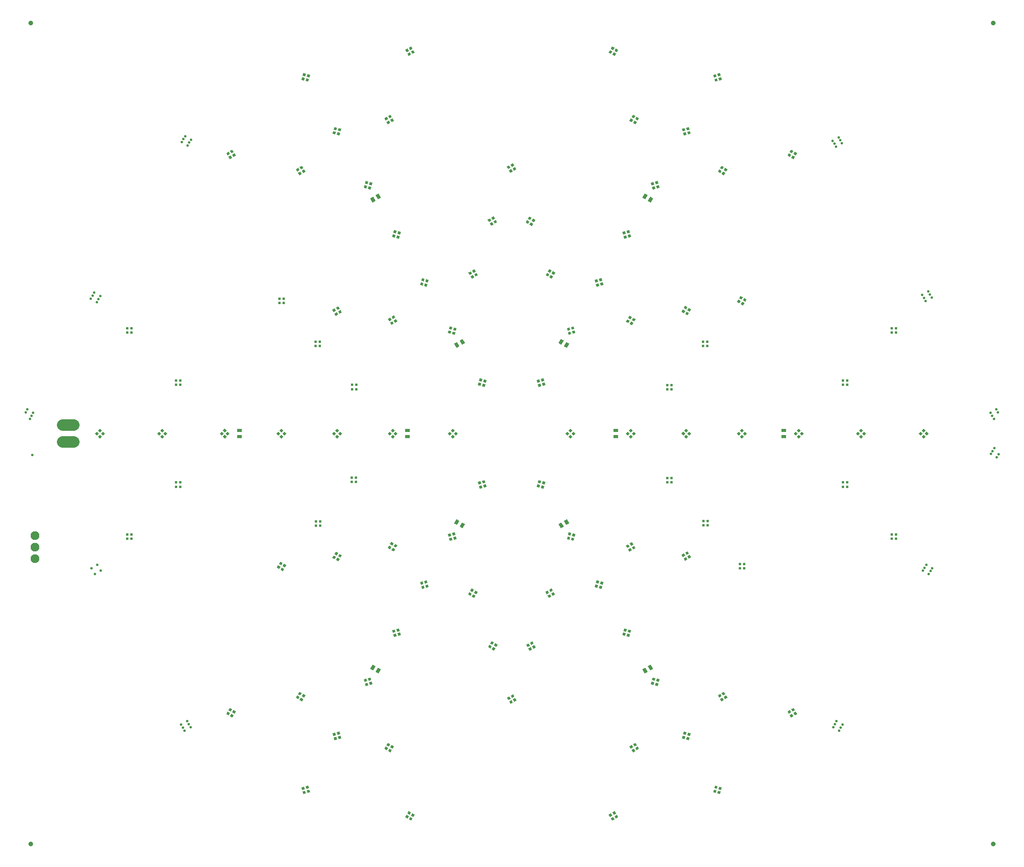
<source format=gbr>
G04 EAGLE Gerber RS-274X export*
G75*
%MOMM*%
%FSLAX34Y34*%
%LPD*%
%INSoldermask Bottom*%
%IPPOS*%
%AMOC8*
5,1,8,0,0,1.08239X$1,22.5*%
G01*
%ADD10C,0.550800*%
%ADD11C,2.550800*%
%ADD12C,1.930400*%
%ADD13C,1.050800*%
%ADD14R,1.050800X0.750800*%
%ADD15R,0.600800X0.600800*%
%ADD16R,0.600800X0.600800*%
%ADD17R,0.750800X1.050800*%


D10*
X1787835Y337590D03*
X1791585Y344085D03*
X1795335Y350580D03*
X1800825Y330090D03*
X1804575Y336585D03*
X1808325Y343080D03*
X1985335Y682590D03*
X1989085Y689085D03*
X1992835Y695580D03*
X1998325Y675090D03*
X2002075Y681585D03*
X2005825Y688080D03*
X352835Y1627590D03*
X356585Y1634085D03*
X360335Y1640580D03*
X365825Y1620090D03*
X369575Y1626585D03*
X373325Y1633080D03*
X152835Y1282590D03*
X156585Y1289085D03*
X160335Y1295580D03*
X165825Y1275090D03*
X169575Y1281585D03*
X173325Y1288080D03*
X174665Y682590D03*
X167165Y695580D03*
X161675Y675090D03*
X154175Y688080D03*
X372165Y337590D03*
X368415Y344085D03*
X364665Y350580D03*
X359175Y330090D03*
X355425Y336585D03*
X351675Y343080D03*
X2004665Y1285090D03*
X2000915Y1291585D03*
X1997165Y1298080D03*
X1991675Y1277590D03*
X1987925Y1284085D03*
X1984175Y1290580D03*
X1807165Y1625090D03*
X1803415Y1631585D03*
X1799665Y1638080D03*
X1794175Y1617590D03*
X1790425Y1624085D03*
X1786675Y1630580D03*
X2150915Y1031585D03*
X2147165Y1038080D03*
X2141675Y1017590D03*
X2137925Y1024085D03*
X2134175Y1030580D03*
X2135335Y940090D03*
X2139085Y946585D03*
X2142835Y953080D03*
X2148325Y932590D03*
X2152075Y939085D03*
X9085Y1031585D03*
X12835Y1038080D03*
X18325Y1017590D03*
X22075Y1024085D03*
X25825Y1030580D03*
X23325Y937590D03*
D11*
X90313Y966250D02*
X115313Y966250D01*
X115313Y1003750D02*
X90313Y1003750D01*
D12*
X30000Y760000D03*
X30000Y734600D03*
X30000Y709200D03*
D13*
X20000Y80000D03*
X2140000Y80000D03*
X20000Y1890000D03*
X2140000Y1890000D03*
D14*
X850000Y992000D03*
X850000Y978000D03*
D15*
G36*
X939034Y985000D02*
X943282Y989248D01*
X947530Y985000D01*
X943282Y980752D01*
X939034Y985000D01*
G37*
G36*
X945752Y978283D02*
X950000Y982531D01*
X954248Y978283D01*
X950000Y974035D01*
X945752Y978283D01*
G37*
G36*
X952470Y985000D02*
X956718Y989248D01*
X960966Y985000D01*
X956718Y980752D01*
X952470Y985000D01*
G37*
G36*
X945752Y991718D02*
X950000Y995966D01*
X954248Y991718D01*
X950000Y987470D01*
X945752Y991718D01*
G37*
G36*
X806534Y985000D02*
X810782Y989248D01*
X815030Y985000D01*
X810782Y980752D01*
X806534Y985000D01*
G37*
G36*
X813252Y978282D02*
X817500Y982530D01*
X821748Y978282D01*
X817500Y974034D01*
X813252Y978282D01*
G37*
G36*
X819970Y985000D02*
X824218Y989248D01*
X828466Y985000D01*
X824218Y980752D01*
X819970Y985000D01*
G37*
G36*
X813252Y991718D02*
X817500Y995966D01*
X821748Y991718D01*
X817500Y987470D01*
X813252Y991718D01*
G37*
D16*
X727750Y1092250D03*
X727750Y1082750D03*
X737250Y1082750D03*
X737250Y1092250D03*
X647750Y1187250D03*
X647750Y1177750D03*
X657250Y1177750D03*
X657250Y1187250D03*
X577250Y1282250D03*
X567750Y1282250D03*
X567750Y1272750D03*
X577250Y1272750D03*
D15*
G36*
X705592Y1252162D02*
X700390Y1249158D01*
X697386Y1254360D01*
X702588Y1257364D01*
X705592Y1252162D01*
G37*
G36*
X700842Y1260390D02*
X695640Y1257386D01*
X692636Y1262588D01*
X697838Y1265592D01*
X700842Y1260390D01*
G37*
G36*
X692614Y1255640D02*
X687412Y1252636D01*
X684408Y1257838D01*
X689610Y1260842D01*
X692614Y1255640D01*
G37*
G36*
X697364Y1247412D02*
X692162Y1244408D01*
X689158Y1249610D01*
X694360Y1252614D01*
X697364Y1247412D01*
G37*
D14*
X480000Y992000D03*
X480000Y978000D03*
D15*
G36*
X828092Y1232162D02*
X822890Y1229158D01*
X819886Y1234360D01*
X825088Y1237364D01*
X828092Y1232162D01*
G37*
G36*
X823342Y1240390D02*
X818140Y1237386D01*
X815136Y1242588D01*
X820338Y1245592D01*
X823342Y1240390D01*
G37*
G36*
X815114Y1235640D02*
X809912Y1232636D01*
X806908Y1237838D01*
X812110Y1240842D01*
X815114Y1235640D01*
G37*
G36*
X819864Y1227412D02*
X814662Y1224408D01*
X811658Y1229610D01*
X816860Y1232614D01*
X819864Y1227412D01*
G37*
G36*
X684035Y985000D02*
X688283Y989248D01*
X692531Y985000D01*
X688283Y980752D01*
X684035Y985000D01*
G37*
G36*
X690752Y978282D02*
X695000Y982530D01*
X699248Y978282D01*
X695000Y974034D01*
X690752Y978282D01*
G37*
G36*
X697470Y985000D02*
X701718Y989248D01*
X705966Y985000D01*
X701718Y980752D01*
X697470Y985000D01*
G37*
G36*
X690752Y991718D02*
X695000Y995966D01*
X699248Y991718D01*
X695000Y987470D01*
X690752Y991718D01*
G37*
G36*
X561534Y985000D02*
X565782Y989248D01*
X570030Y985000D01*
X565782Y980752D01*
X561534Y985000D01*
G37*
G36*
X568252Y978282D02*
X572500Y982530D01*
X576748Y978282D01*
X572500Y974034D01*
X568252Y978282D01*
G37*
G36*
X574970Y985000D02*
X579218Y989248D01*
X583466Y985000D01*
X579218Y980752D01*
X574970Y985000D01*
G37*
G36*
X568252Y991718D02*
X572500Y995966D01*
X576748Y991718D01*
X572500Y987470D01*
X568252Y991718D01*
G37*
G36*
X436535Y985000D02*
X440783Y989248D01*
X445031Y985000D01*
X440783Y980752D01*
X436535Y985000D01*
G37*
G36*
X443252Y978282D02*
X447500Y982530D01*
X451748Y978282D01*
X447500Y974034D01*
X443252Y978282D01*
G37*
G36*
X449970Y985000D02*
X454218Y989248D01*
X458466Y985000D01*
X454218Y980752D01*
X449970Y985000D01*
G37*
G36*
X443252Y991718D02*
X447500Y995966D01*
X451748Y991718D01*
X447500Y987470D01*
X443252Y991718D01*
G37*
D16*
X340250Y1102250D03*
X340250Y1092750D03*
X349750Y1092750D03*
X349750Y1102250D03*
X232750Y1217250D03*
X232750Y1207750D03*
X242250Y1207750D03*
X242250Y1217250D03*
X340250Y867750D03*
X349750Y867750D03*
X349750Y877250D03*
X340250Y877250D03*
X232750Y752750D03*
X242250Y752750D03*
X242250Y762250D03*
X232750Y762250D03*
D15*
G36*
X299035Y985000D02*
X303283Y989248D01*
X307531Y985000D01*
X303283Y980752D01*
X299035Y985000D01*
G37*
G36*
X305752Y978282D02*
X310000Y982530D01*
X314248Y978282D01*
X310000Y974034D01*
X305752Y978282D01*
G37*
G36*
X312470Y985000D02*
X316718Y989248D01*
X320966Y985000D01*
X316718Y980752D01*
X312470Y985000D01*
G37*
G36*
X305752Y991718D02*
X310000Y995966D01*
X314248Y991718D01*
X310000Y987470D01*
X305752Y991718D01*
G37*
G36*
X161534Y985000D02*
X165782Y989248D01*
X170030Y985000D01*
X165782Y980752D01*
X161534Y985000D01*
G37*
G36*
X168252Y978282D02*
X172500Y982530D01*
X176748Y978282D01*
X172500Y974034D01*
X168252Y978282D01*
G37*
G36*
X174970Y985000D02*
X179218Y989248D01*
X183466Y985000D01*
X179218Y980752D01*
X174970Y985000D01*
G37*
G36*
X168252Y991717D02*
X172500Y995965D01*
X176748Y991717D01*
X172500Y987469D01*
X168252Y991717D01*
G37*
D17*
G36*
X958137Y796048D02*
X964639Y792294D01*
X959385Y783194D01*
X952883Y786948D01*
X958137Y796048D01*
G37*
G36*
X970261Y789048D02*
X976763Y785294D01*
X971509Y776194D01*
X965007Y779948D01*
X970261Y789048D01*
G37*
D15*
G36*
X1009340Y863227D02*
X1007785Y869030D01*
X1013588Y870585D01*
X1015143Y864782D01*
X1009340Y863227D01*
G37*
G36*
X1018517Y865686D02*
X1016962Y871489D01*
X1022765Y873044D01*
X1024320Y867241D01*
X1018517Y865686D01*
G37*
G36*
X1016058Y874862D02*
X1014503Y880665D01*
X1020306Y882220D01*
X1021861Y876417D01*
X1016058Y874862D01*
G37*
G36*
X1006881Y872403D02*
X1005326Y878206D01*
X1011129Y879761D01*
X1012684Y873958D01*
X1006881Y872403D01*
G37*
G36*
X943090Y748478D02*
X941535Y754281D01*
X947338Y755836D01*
X948893Y750033D01*
X943090Y748478D01*
G37*
G36*
X952267Y750937D02*
X950712Y756740D01*
X956515Y758295D01*
X958070Y752492D01*
X952267Y750937D01*
G37*
G36*
X949808Y760113D02*
X948253Y765916D01*
X954056Y767471D01*
X955611Y761668D01*
X949808Y760113D01*
G37*
G36*
X940631Y757655D02*
X939076Y763458D01*
X944879Y765013D01*
X946434Y759210D01*
X940631Y757655D01*
G37*
G36*
X806714Y732775D02*
X809718Y737977D01*
X814920Y734973D01*
X811916Y729771D01*
X806714Y732775D01*
G37*
G36*
X814941Y728025D02*
X817945Y733227D01*
X823147Y730223D01*
X820143Y725021D01*
X814941Y728025D01*
G37*
G36*
X819691Y736252D02*
X822695Y741454D01*
X827897Y738450D01*
X824893Y733248D01*
X819691Y736252D01*
G37*
G36*
X811464Y741002D02*
X814468Y746204D01*
X819670Y743200D01*
X816666Y737998D01*
X811464Y741002D01*
G37*
G36*
X684441Y710993D02*
X687445Y716195D01*
X692647Y713191D01*
X689643Y707989D01*
X684441Y710993D01*
G37*
G36*
X692669Y706243D02*
X695673Y711445D01*
X700875Y708441D01*
X697871Y703239D01*
X692669Y706243D01*
G37*
G36*
X697419Y714470D02*
X700423Y719672D01*
X705625Y716668D01*
X702621Y711466D01*
X697419Y714470D01*
G37*
G36*
X689191Y719220D02*
X692195Y724422D01*
X697397Y721418D01*
X694393Y716216D01*
X689191Y719220D01*
G37*
G36*
X569923Y702640D02*
X575125Y699636D01*
X572121Y694434D01*
X566919Y697438D01*
X569923Y702640D01*
G37*
G36*
X565173Y694413D02*
X570375Y691409D01*
X567371Y686207D01*
X562169Y689211D01*
X565173Y694413D01*
G37*
G36*
X573400Y689663D02*
X578602Y686659D01*
X575598Y681457D01*
X570396Y684461D01*
X573400Y689663D01*
G37*
G36*
X578150Y697890D02*
X583352Y694886D01*
X580348Y689684D01*
X575146Y692688D01*
X578150Y697890D01*
G37*
D16*
X658246Y791637D03*
X648746Y791637D03*
X648746Y782137D03*
X658246Y782137D03*
D17*
G36*
X773137Y475618D02*
X779639Y471864D01*
X774385Y462764D01*
X767883Y466518D01*
X773137Y475618D01*
G37*
G36*
X785261Y468618D02*
X791763Y464864D01*
X786509Y455764D01*
X780007Y459518D01*
X785261Y468618D01*
G37*
D16*
X736817Y887725D03*
X727317Y887725D03*
X727317Y878225D03*
X736817Y878225D03*
D15*
G36*
X881840Y642390D02*
X880285Y648193D01*
X886088Y649748D01*
X887643Y643945D01*
X881840Y642390D01*
G37*
G36*
X891017Y644849D02*
X889462Y650652D01*
X895265Y652207D01*
X896820Y646404D01*
X891017Y644849D01*
G37*
G36*
X888558Y654025D02*
X887003Y659828D01*
X892806Y661383D01*
X894361Y655580D01*
X888558Y654025D01*
G37*
G36*
X879381Y651567D02*
X877826Y657370D01*
X883629Y658925D01*
X885184Y653122D01*
X879381Y651567D01*
G37*
G36*
X820590Y536302D02*
X819035Y542105D01*
X824838Y543660D01*
X826393Y537857D01*
X820590Y536302D01*
G37*
G36*
X829767Y538761D02*
X828212Y544564D01*
X834015Y546119D01*
X835570Y540316D01*
X829767Y538761D01*
G37*
G36*
X827308Y547937D02*
X825753Y553740D01*
X831556Y555295D01*
X833111Y549492D01*
X827308Y547937D01*
G37*
G36*
X818131Y545478D02*
X816576Y551281D01*
X822379Y552836D01*
X823934Y547033D01*
X818131Y545478D01*
G37*
G36*
X758090Y428049D02*
X756535Y433852D01*
X762338Y435407D01*
X763893Y429604D01*
X758090Y428049D01*
G37*
G36*
X767267Y430508D02*
X765712Y436311D01*
X771515Y437866D01*
X773070Y432063D01*
X767267Y430508D01*
G37*
G36*
X764808Y439684D02*
X763253Y445487D01*
X769056Y447042D01*
X770611Y441239D01*
X764808Y439684D01*
G37*
G36*
X755631Y437225D02*
X754076Y443028D01*
X759879Y444583D01*
X761434Y438780D01*
X755631Y437225D01*
G37*
G36*
X604304Y402190D02*
X607308Y407392D01*
X612510Y404388D01*
X609506Y399186D01*
X604304Y402190D01*
G37*
G36*
X612531Y397440D02*
X615535Y402642D01*
X620737Y399638D01*
X617733Y394436D01*
X612531Y397440D01*
G37*
G36*
X617281Y405668D02*
X620285Y410870D01*
X625487Y407866D01*
X622483Y402664D01*
X617281Y405668D01*
G37*
G36*
X609054Y410418D02*
X612058Y415620D01*
X617260Y412616D01*
X614256Y407414D01*
X609054Y410418D01*
G37*
G36*
X450961Y366593D02*
X453965Y371795D01*
X459167Y368791D01*
X456163Y363589D01*
X450961Y366593D01*
G37*
G36*
X459188Y361843D02*
X462192Y367045D01*
X467394Y364041D01*
X464390Y358839D01*
X459188Y361843D01*
G37*
G36*
X463938Y370070D02*
X466942Y375272D01*
X472144Y372268D01*
X469140Y367066D01*
X463938Y370070D01*
G37*
G36*
X455711Y374820D02*
X458715Y380022D01*
X463917Y377018D01*
X460913Y371816D01*
X455711Y374820D01*
G37*
G36*
X812588Y281936D02*
X807386Y284940D01*
X810390Y290142D01*
X815592Y287138D01*
X812588Y281936D01*
G37*
G36*
X817338Y290164D02*
X812136Y293168D01*
X815140Y298370D01*
X820342Y295366D01*
X817338Y290164D01*
G37*
G36*
X809111Y294914D02*
X803909Y297918D01*
X806913Y303120D01*
X812115Y300116D01*
X809111Y294914D01*
G37*
G36*
X804361Y286686D02*
X799159Y289690D01*
X802163Y294892D01*
X807365Y291888D01*
X804361Y286686D01*
G37*
G36*
X858431Y131339D02*
X853229Y134343D01*
X856233Y139545D01*
X861435Y136541D01*
X858431Y131339D01*
G37*
G36*
X863181Y139566D02*
X857979Y142570D01*
X860983Y147772D01*
X866185Y144768D01*
X863181Y139566D01*
G37*
G36*
X854954Y144316D02*
X849752Y147320D01*
X852756Y152522D01*
X857958Y149518D01*
X854954Y144316D01*
G37*
G36*
X850204Y136089D02*
X845002Y139093D01*
X848006Y144295D01*
X853208Y141291D01*
X850204Y136089D01*
G37*
G36*
X689340Y308971D02*
X687785Y314774D01*
X693588Y316329D01*
X695143Y310526D01*
X689340Y308971D01*
G37*
G36*
X698517Y311429D02*
X696962Y317232D01*
X702765Y318787D01*
X704320Y312984D01*
X698517Y311429D01*
G37*
G36*
X696058Y320606D02*
X694503Y326409D01*
X700306Y327964D01*
X701861Y322161D01*
X696058Y320606D01*
G37*
G36*
X686881Y318147D02*
X685326Y323950D01*
X691129Y325505D01*
X692684Y319702D01*
X686881Y318147D01*
G37*
G36*
X620590Y189892D02*
X619035Y195695D01*
X624838Y197250D01*
X626393Y191447D01*
X620590Y189892D01*
G37*
G36*
X629767Y192351D02*
X628212Y198154D01*
X634015Y199709D01*
X635570Y193906D01*
X629767Y192351D01*
G37*
G36*
X627308Y201527D02*
X625753Y207330D01*
X631556Y208885D01*
X633111Y203082D01*
X627308Y201527D01*
G37*
G36*
X618131Y199068D02*
X616576Y204871D01*
X622379Y206426D01*
X623934Y200623D01*
X618131Y199068D01*
G37*
D17*
G36*
X1182529Y785294D02*
X1189031Y789048D01*
X1194285Y779948D01*
X1187783Y776194D01*
X1182529Y785294D01*
G37*
G36*
X1194653Y792294D02*
X1201155Y796048D01*
X1206409Y786948D01*
X1199907Y783194D01*
X1194653Y792294D01*
G37*
D15*
G36*
X1149952Y863227D02*
X1144149Y864782D01*
X1145704Y870585D01*
X1151507Y869030D01*
X1149952Y863227D01*
G37*
G36*
X1152411Y872403D02*
X1146608Y873958D01*
X1148163Y879761D01*
X1153966Y878206D01*
X1152411Y872403D01*
G37*
G36*
X1143234Y874862D02*
X1137431Y876417D01*
X1138986Y882220D01*
X1144789Y880665D01*
X1143234Y874862D01*
G37*
G36*
X1140775Y865686D02*
X1134972Y867241D01*
X1136527Y873044D01*
X1142330Y871489D01*
X1140775Y865686D01*
G37*
G36*
X1216202Y748478D02*
X1210399Y750033D01*
X1211954Y755836D01*
X1217757Y754281D01*
X1216202Y748478D01*
G37*
G36*
X1218661Y757655D02*
X1212858Y759210D01*
X1214413Y765013D01*
X1220216Y763458D01*
X1218661Y757655D01*
G37*
G36*
X1209484Y760113D02*
X1203681Y761668D01*
X1205236Y767471D01*
X1211039Y765916D01*
X1209484Y760113D01*
G37*
G36*
X1207025Y750937D02*
X1201222Y752492D01*
X1202777Y758295D01*
X1208580Y756740D01*
X1207025Y750937D01*
G37*
G36*
X1161614Y622521D02*
X1158610Y627723D01*
X1163812Y630727D01*
X1166816Y625525D01*
X1161614Y622521D01*
G37*
G36*
X1169841Y627271D02*
X1166837Y632473D01*
X1172039Y635477D01*
X1175043Y630275D01*
X1169841Y627271D01*
G37*
G36*
X1165091Y635498D02*
X1162087Y640700D01*
X1167289Y643704D01*
X1170293Y638502D01*
X1165091Y635498D01*
G37*
G36*
X1156864Y630748D02*
X1153860Y635950D01*
X1159062Y638954D01*
X1162066Y633752D01*
X1156864Y630748D01*
G37*
G36*
X1119341Y505739D02*
X1116337Y510941D01*
X1121539Y513945D01*
X1124543Y508743D01*
X1119341Y505739D01*
G37*
G36*
X1127569Y510489D02*
X1124565Y515691D01*
X1129767Y518695D01*
X1132771Y513493D01*
X1127569Y510489D01*
G37*
G36*
X1122819Y518716D02*
X1119815Y523918D01*
X1125017Y526922D01*
X1128021Y521720D01*
X1122819Y518716D01*
G37*
G36*
X1114591Y513966D02*
X1111587Y519168D01*
X1116789Y522172D01*
X1119793Y516970D01*
X1114591Y513966D01*
G37*
G36*
X1069315Y402386D02*
X1074517Y405390D01*
X1077521Y400188D01*
X1072319Y397184D01*
X1069315Y402386D01*
G37*
G36*
X1074065Y394159D02*
X1079267Y397163D01*
X1082271Y391961D01*
X1077069Y388957D01*
X1074065Y394159D01*
G37*
G36*
X1082292Y398909D02*
X1087494Y401913D01*
X1090498Y396711D01*
X1085296Y393707D01*
X1082292Y398909D01*
G37*
G36*
X1077542Y407136D02*
X1082744Y410140D01*
X1085748Y404938D01*
X1080546Y401934D01*
X1077542Y407136D01*
G37*
G36*
X1035305Y527478D02*
X1040507Y524474D01*
X1037503Y519272D01*
X1032301Y522276D01*
X1035305Y527478D01*
G37*
G36*
X1030555Y519251D02*
X1035757Y516247D01*
X1032753Y511045D01*
X1027551Y514049D01*
X1030555Y519251D01*
G37*
G36*
X1038782Y514501D02*
X1043984Y511497D01*
X1040980Y506295D01*
X1035778Y509299D01*
X1038782Y514501D01*
G37*
G36*
X1043532Y522728D02*
X1048734Y519724D01*
X1045730Y514522D01*
X1040528Y517526D01*
X1043532Y522728D01*
G37*
D17*
G36*
X1367529Y464864D02*
X1374031Y468618D01*
X1379285Y459518D01*
X1372783Y455764D01*
X1367529Y464864D01*
G37*
G36*
X1379653Y471864D02*
X1386155Y475618D01*
X1391409Y466518D01*
X1384907Y462764D01*
X1379653Y471864D01*
G37*
D15*
G36*
X991375Y643567D02*
X996577Y640563D01*
X993573Y635361D01*
X988371Y638365D01*
X991375Y643567D01*
G37*
G36*
X986625Y635339D02*
X991827Y632335D01*
X988823Y627133D01*
X983621Y630137D01*
X986625Y635339D01*
G37*
G36*
X994852Y630589D02*
X1000054Y627585D01*
X997050Y622383D01*
X991848Y625387D01*
X994852Y630589D01*
G37*
G36*
X999602Y638817D02*
X1004804Y635813D01*
X1001800Y630611D01*
X996598Y633615D01*
X999602Y638817D01*
G37*
G36*
X1277452Y642390D02*
X1271649Y643945D01*
X1273204Y649748D01*
X1279007Y648193D01*
X1277452Y642390D01*
G37*
G36*
X1279911Y651567D02*
X1274108Y653122D01*
X1275663Y658925D01*
X1281466Y657370D01*
X1279911Y651567D01*
G37*
G36*
X1270734Y654025D02*
X1264931Y655580D01*
X1266486Y661383D01*
X1272289Y659828D01*
X1270734Y654025D01*
G37*
G36*
X1268275Y644849D02*
X1262472Y646404D01*
X1264027Y652207D01*
X1269830Y650652D01*
X1268275Y644849D01*
G37*
G36*
X1338702Y536302D02*
X1332899Y537857D01*
X1334454Y543660D01*
X1340257Y542105D01*
X1338702Y536302D01*
G37*
G36*
X1341161Y545478D02*
X1335358Y547033D01*
X1336913Y552836D01*
X1342716Y551281D01*
X1341161Y545478D01*
G37*
G36*
X1331984Y547937D02*
X1326181Y549492D01*
X1327736Y555295D01*
X1333539Y553740D01*
X1331984Y547937D01*
G37*
G36*
X1329525Y538761D02*
X1323722Y540316D01*
X1325277Y546119D01*
X1331080Y544564D01*
X1329525Y538761D01*
G37*
G36*
X1401202Y428049D02*
X1395399Y429604D01*
X1396954Y435407D01*
X1402757Y433852D01*
X1401202Y428049D01*
G37*
G36*
X1403661Y437225D02*
X1397858Y438780D01*
X1399413Y444583D01*
X1405216Y443028D01*
X1403661Y437225D01*
G37*
G36*
X1394484Y439684D02*
X1388681Y441239D01*
X1390236Y447042D01*
X1396039Y445487D01*
X1394484Y439684D01*
G37*
G36*
X1392025Y430508D02*
X1386222Y432063D01*
X1387777Y437866D01*
X1393580Y436311D01*
X1392025Y430508D01*
G37*
G36*
X1346704Y281936D02*
X1343700Y287138D01*
X1348902Y290142D01*
X1351906Y284940D01*
X1346704Y281936D01*
G37*
G36*
X1354931Y286686D02*
X1351927Y291888D01*
X1357129Y294892D01*
X1360133Y289690D01*
X1354931Y286686D01*
G37*
G36*
X1350181Y294914D02*
X1347177Y300116D01*
X1352379Y303120D01*
X1355383Y297918D01*
X1350181Y294914D01*
G37*
G36*
X1341954Y290164D02*
X1338950Y295366D01*
X1344152Y298370D01*
X1347156Y293168D01*
X1341954Y290164D01*
G37*
G36*
X1300861Y131339D02*
X1297857Y136541D01*
X1303059Y139545D01*
X1306063Y134343D01*
X1300861Y131339D01*
G37*
G36*
X1309088Y136089D02*
X1306084Y141291D01*
X1311286Y144295D01*
X1314290Y139093D01*
X1309088Y136089D01*
G37*
G36*
X1304338Y144316D02*
X1301334Y149518D01*
X1306536Y152522D01*
X1309540Y147320D01*
X1304338Y144316D01*
G37*
G36*
X1296111Y139566D02*
X1293107Y144768D01*
X1298309Y147772D01*
X1301313Y142570D01*
X1296111Y139566D01*
G37*
G36*
X1554988Y402190D02*
X1549786Y399186D01*
X1546782Y404388D01*
X1551984Y407392D01*
X1554988Y402190D01*
G37*
G36*
X1550238Y410418D02*
X1545036Y407414D01*
X1542032Y412616D01*
X1547234Y415620D01*
X1550238Y410418D01*
G37*
G36*
X1542011Y405668D02*
X1536809Y402664D01*
X1533805Y407866D01*
X1539007Y410870D01*
X1542011Y405668D01*
G37*
G36*
X1546761Y397440D02*
X1541559Y394436D01*
X1538555Y399638D01*
X1543757Y402642D01*
X1546761Y397440D01*
G37*
G36*
X1708331Y366593D02*
X1703129Y363589D01*
X1700125Y368791D01*
X1705327Y371795D01*
X1708331Y366593D01*
G37*
G36*
X1703581Y374820D02*
X1698379Y371816D01*
X1695375Y377018D01*
X1700577Y380022D01*
X1703581Y374820D01*
G37*
G36*
X1695354Y370070D02*
X1690152Y367066D01*
X1687148Y372268D01*
X1692350Y375272D01*
X1695354Y370070D01*
G37*
G36*
X1700104Y361843D02*
X1694902Y358839D01*
X1691898Y364041D01*
X1697100Y367045D01*
X1700104Y361843D01*
G37*
G36*
X1469952Y308971D02*
X1464149Y310526D01*
X1465704Y316329D01*
X1471507Y314774D01*
X1469952Y308971D01*
G37*
G36*
X1472411Y318147D02*
X1466608Y319702D01*
X1468163Y325505D01*
X1473966Y323950D01*
X1472411Y318147D01*
G37*
G36*
X1463234Y320606D02*
X1457431Y322161D01*
X1458986Y327964D01*
X1464789Y326409D01*
X1463234Y320606D01*
G37*
G36*
X1460775Y311429D02*
X1454972Y312984D01*
X1456527Y318787D01*
X1462330Y317232D01*
X1460775Y311429D01*
G37*
G36*
X1538702Y189892D02*
X1532899Y191447D01*
X1534454Y197250D01*
X1540257Y195695D01*
X1538702Y189892D01*
G37*
G36*
X1541161Y199068D02*
X1535358Y200623D01*
X1536913Y206426D01*
X1542716Y204871D01*
X1541161Y199068D01*
G37*
G36*
X1531984Y201527D02*
X1526181Y203082D01*
X1527736Y208885D01*
X1533539Y207330D01*
X1531984Y201527D01*
G37*
G36*
X1529525Y192351D02*
X1523722Y193906D01*
X1525277Y199709D01*
X1531080Y198154D01*
X1529525Y192351D01*
G37*
D14*
X1309292Y978000D03*
X1309292Y992000D03*
D15*
G36*
X1220258Y985000D02*
X1216010Y980752D01*
X1211762Y985000D01*
X1216010Y989248D01*
X1220258Y985000D01*
G37*
G36*
X1213540Y991718D02*
X1209292Y987470D01*
X1205044Y991718D01*
X1209292Y995966D01*
X1213540Y991718D01*
G37*
G36*
X1206822Y985000D02*
X1202574Y980752D01*
X1198326Y985000D01*
X1202574Y989248D01*
X1206822Y985000D01*
G37*
G36*
X1213540Y978282D02*
X1209292Y974034D01*
X1205044Y978282D01*
X1209292Y982530D01*
X1213540Y978282D01*
G37*
G36*
X1352758Y985000D02*
X1348510Y980752D01*
X1344262Y985000D01*
X1348510Y989248D01*
X1352758Y985000D01*
G37*
G36*
X1346040Y991718D02*
X1341792Y987470D01*
X1337544Y991718D01*
X1341792Y995966D01*
X1346040Y991718D01*
G37*
G36*
X1339322Y985000D02*
X1335074Y980752D01*
X1330826Y985000D01*
X1335074Y989248D01*
X1339322Y985000D01*
G37*
G36*
X1346040Y978282D02*
X1341792Y974034D01*
X1337544Y978282D01*
X1341792Y982530D01*
X1346040Y978282D01*
G37*
D16*
X1431542Y877750D03*
X1431542Y887250D03*
X1422042Y887250D03*
X1422042Y877750D03*
X1511542Y782750D03*
X1511542Y792250D03*
X1502042Y792250D03*
X1502042Y782750D03*
X1582042Y687750D03*
X1591542Y687750D03*
X1591542Y697250D03*
X1582042Y697250D03*
D15*
G36*
X1453700Y717838D02*
X1458902Y720842D01*
X1461906Y715640D01*
X1456704Y712636D01*
X1453700Y717838D01*
G37*
G36*
X1458450Y709610D02*
X1463652Y712614D01*
X1466656Y707412D01*
X1461454Y704408D01*
X1458450Y709610D01*
G37*
G36*
X1466678Y714360D02*
X1471880Y717364D01*
X1474884Y712162D01*
X1469682Y709158D01*
X1466678Y714360D01*
G37*
G36*
X1461928Y722588D02*
X1467130Y725592D01*
X1470134Y720390D01*
X1464932Y717386D01*
X1461928Y722588D01*
G37*
D14*
X1679292Y978000D03*
X1679292Y992000D03*
D15*
G36*
X1331200Y737838D02*
X1336402Y740842D01*
X1339406Y735640D01*
X1334204Y732636D01*
X1331200Y737838D01*
G37*
G36*
X1335950Y729610D02*
X1341152Y732614D01*
X1344156Y727412D01*
X1338954Y724408D01*
X1335950Y729610D01*
G37*
G36*
X1344178Y734360D02*
X1349380Y737364D01*
X1352384Y732162D01*
X1347182Y729158D01*
X1344178Y734360D01*
G37*
G36*
X1339428Y742588D02*
X1344630Y745592D01*
X1347634Y740390D01*
X1342432Y737386D01*
X1339428Y742588D01*
G37*
G36*
X1475257Y985000D02*
X1471009Y980752D01*
X1466761Y985000D01*
X1471009Y989248D01*
X1475257Y985000D01*
G37*
G36*
X1468540Y991718D02*
X1464292Y987470D01*
X1460044Y991718D01*
X1464292Y995966D01*
X1468540Y991718D01*
G37*
G36*
X1461822Y985000D02*
X1457574Y980752D01*
X1453326Y985000D01*
X1457574Y989248D01*
X1461822Y985000D01*
G37*
G36*
X1468540Y978282D02*
X1464292Y974034D01*
X1460044Y978282D01*
X1464292Y982530D01*
X1468540Y978282D01*
G37*
G36*
X1597758Y985000D02*
X1593510Y980752D01*
X1589262Y985000D01*
X1593510Y989248D01*
X1597758Y985000D01*
G37*
G36*
X1591040Y991718D02*
X1586792Y987470D01*
X1582544Y991718D01*
X1586792Y995966D01*
X1591040Y991718D01*
G37*
G36*
X1584322Y985000D02*
X1580074Y980752D01*
X1575826Y985000D01*
X1580074Y989248D01*
X1584322Y985000D01*
G37*
G36*
X1591040Y978282D02*
X1586792Y974034D01*
X1582544Y978282D01*
X1586792Y982530D01*
X1591040Y978282D01*
G37*
G36*
X1722757Y985000D02*
X1718509Y980752D01*
X1714261Y985000D01*
X1718509Y989248D01*
X1722757Y985000D01*
G37*
G36*
X1716040Y991718D02*
X1711792Y987470D01*
X1707544Y991718D01*
X1711792Y995966D01*
X1716040Y991718D01*
G37*
G36*
X1709322Y985000D02*
X1705074Y980752D01*
X1700826Y985000D01*
X1705074Y989248D01*
X1709322Y985000D01*
G37*
G36*
X1716040Y978282D02*
X1711792Y974034D01*
X1707544Y978282D01*
X1711792Y982530D01*
X1716040Y978282D01*
G37*
D16*
X1819042Y867750D03*
X1819042Y877250D03*
X1809542Y877250D03*
X1809542Y867750D03*
X1926542Y752750D03*
X1926542Y762250D03*
X1917042Y762250D03*
X1917042Y752750D03*
X1819042Y1102250D03*
X1809542Y1102250D03*
X1809542Y1092750D03*
X1819042Y1092750D03*
X1926542Y1217250D03*
X1917042Y1217250D03*
X1917042Y1207750D03*
X1926542Y1207750D03*
D15*
G36*
X1860257Y985000D02*
X1856009Y980752D01*
X1851761Y985000D01*
X1856009Y989248D01*
X1860257Y985000D01*
G37*
G36*
X1853540Y991718D02*
X1849292Y987470D01*
X1845044Y991718D01*
X1849292Y995966D01*
X1853540Y991718D01*
G37*
G36*
X1846822Y985000D02*
X1842574Y980752D01*
X1838326Y985000D01*
X1842574Y989248D01*
X1846822Y985000D01*
G37*
G36*
X1853540Y978282D02*
X1849292Y974034D01*
X1845044Y978282D01*
X1849292Y982530D01*
X1853540Y978282D01*
G37*
G36*
X1997758Y985000D02*
X1993510Y980752D01*
X1989262Y985000D01*
X1993510Y989248D01*
X1997758Y985000D01*
G37*
G36*
X1991040Y991718D02*
X1986792Y987470D01*
X1982544Y991718D01*
X1986792Y995966D01*
X1991040Y991718D01*
G37*
G36*
X1984323Y985000D02*
X1980075Y980752D01*
X1975827Y985000D01*
X1980075Y989248D01*
X1984323Y985000D01*
G37*
G36*
X1991040Y978283D02*
X1986792Y974035D01*
X1982544Y978283D01*
X1986792Y982531D01*
X1991040Y978283D01*
G37*
D17*
G36*
X1201155Y1173952D02*
X1194653Y1177706D01*
X1199907Y1186806D01*
X1206409Y1183052D01*
X1201155Y1173952D01*
G37*
G36*
X1189031Y1180952D02*
X1182529Y1184706D01*
X1187783Y1193806D01*
X1194285Y1190052D01*
X1189031Y1180952D01*
G37*
D15*
G36*
X1149952Y1106773D02*
X1151507Y1100970D01*
X1145704Y1099415D01*
X1144149Y1105218D01*
X1149952Y1106773D01*
G37*
G36*
X1140775Y1104314D02*
X1142330Y1098511D01*
X1136527Y1096956D01*
X1134972Y1102759D01*
X1140775Y1104314D01*
G37*
G36*
X1143234Y1095138D02*
X1144789Y1089335D01*
X1138986Y1087780D01*
X1137431Y1093583D01*
X1143234Y1095138D01*
G37*
G36*
X1152411Y1097597D02*
X1153966Y1091794D01*
X1148163Y1090239D01*
X1146608Y1096042D01*
X1152411Y1097597D01*
G37*
G36*
X1216202Y1221522D02*
X1217757Y1215719D01*
X1211954Y1214164D01*
X1210399Y1219967D01*
X1216202Y1221522D01*
G37*
G36*
X1207025Y1219063D02*
X1208580Y1213260D01*
X1202777Y1211705D01*
X1201222Y1217508D01*
X1207025Y1219063D01*
G37*
G36*
X1209484Y1209887D02*
X1211039Y1204084D01*
X1205236Y1202529D01*
X1203681Y1208332D01*
X1209484Y1209887D01*
G37*
G36*
X1218661Y1212345D02*
X1220216Y1206542D01*
X1214413Y1204987D01*
X1212858Y1210790D01*
X1218661Y1212345D01*
G37*
G36*
X1352578Y1237225D02*
X1349574Y1232023D01*
X1344372Y1235027D01*
X1347376Y1240229D01*
X1352578Y1237225D01*
G37*
G36*
X1344351Y1241975D02*
X1341347Y1236773D01*
X1336145Y1239777D01*
X1339149Y1244979D01*
X1344351Y1241975D01*
G37*
G36*
X1339601Y1233748D02*
X1336597Y1228546D01*
X1331395Y1231550D01*
X1334399Y1236752D01*
X1339601Y1233748D01*
G37*
G36*
X1347828Y1228998D02*
X1344824Y1223796D01*
X1339622Y1226800D01*
X1342626Y1232002D01*
X1347828Y1228998D01*
G37*
G36*
X1474851Y1259007D02*
X1471847Y1253805D01*
X1466645Y1256809D01*
X1469649Y1262011D01*
X1474851Y1259007D01*
G37*
G36*
X1466623Y1263757D02*
X1463619Y1258555D01*
X1458417Y1261559D01*
X1461421Y1266761D01*
X1466623Y1263757D01*
G37*
G36*
X1461873Y1255530D02*
X1458869Y1250328D01*
X1453667Y1253332D01*
X1456671Y1258534D01*
X1461873Y1255530D01*
G37*
G36*
X1470101Y1250780D02*
X1467097Y1245578D01*
X1461895Y1248582D01*
X1464899Y1253784D01*
X1470101Y1250780D01*
G37*
G36*
X1589369Y1267360D02*
X1584167Y1270364D01*
X1587171Y1275566D01*
X1592373Y1272562D01*
X1589369Y1267360D01*
G37*
G36*
X1594119Y1275587D02*
X1588917Y1278591D01*
X1591921Y1283793D01*
X1597123Y1280789D01*
X1594119Y1275587D01*
G37*
G36*
X1585892Y1280337D02*
X1580690Y1283341D01*
X1583694Y1288543D01*
X1588896Y1285539D01*
X1585892Y1280337D01*
G37*
G36*
X1581142Y1272110D02*
X1575940Y1275114D01*
X1578944Y1280316D01*
X1584146Y1277312D01*
X1581142Y1272110D01*
G37*
D16*
X1501046Y1178363D03*
X1510546Y1178363D03*
X1510546Y1187863D03*
X1501046Y1187863D03*
D17*
G36*
X1386155Y1494382D02*
X1379653Y1498136D01*
X1384907Y1507236D01*
X1391409Y1503482D01*
X1386155Y1494382D01*
G37*
G36*
X1374031Y1501382D02*
X1367529Y1505136D01*
X1372783Y1514236D01*
X1379285Y1510482D01*
X1374031Y1501382D01*
G37*
D16*
X1422475Y1082275D03*
X1431975Y1082275D03*
X1431975Y1091775D03*
X1422475Y1091775D03*
D15*
G36*
X1277452Y1327610D02*
X1279007Y1321807D01*
X1273204Y1320252D01*
X1271649Y1326055D01*
X1277452Y1327610D01*
G37*
G36*
X1268275Y1325151D02*
X1269830Y1319348D01*
X1264027Y1317793D01*
X1262472Y1323596D01*
X1268275Y1325151D01*
G37*
G36*
X1270734Y1315975D02*
X1272289Y1310172D01*
X1266486Y1308617D01*
X1264931Y1314420D01*
X1270734Y1315975D01*
G37*
G36*
X1279911Y1318433D02*
X1281466Y1312630D01*
X1275663Y1311075D01*
X1274108Y1316878D01*
X1279911Y1318433D01*
G37*
G36*
X1338702Y1433698D02*
X1340257Y1427895D01*
X1334454Y1426340D01*
X1332899Y1432143D01*
X1338702Y1433698D01*
G37*
G36*
X1329525Y1431239D02*
X1331080Y1425436D01*
X1325277Y1423881D01*
X1323722Y1429684D01*
X1329525Y1431239D01*
G37*
G36*
X1331984Y1422063D02*
X1333539Y1416260D01*
X1327736Y1414705D01*
X1326181Y1420508D01*
X1331984Y1422063D01*
G37*
G36*
X1341161Y1424522D02*
X1342716Y1418719D01*
X1336913Y1417164D01*
X1335358Y1422967D01*
X1341161Y1424522D01*
G37*
G36*
X1401202Y1541951D02*
X1402757Y1536148D01*
X1396954Y1534593D01*
X1395399Y1540396D01*
X1401202Y1541951D01*
G37*
G36*
X1392025Y1539492D02*
X1393580Y1533689D01*
X1387777Y1532134D01*
X1386222Y1537937D01*
X1392025Y1539492D01*
G37*
G36*
X1394484Y1530316D02*
X1396039Y1524513D01*
X1390236Y1522958D01*
X1388681Y1528761D01*
X1394484Y1530316D01*
G37*
G36*
X1403661Y1532775D02*
X1405216Y1526972D01*
X1399413Y1525417D01*
X1397858Y1531220D01*
X1403661Y1532775D01*
G37*
G36*
X1554988Y1567810D02*
X1551984Y1562608D01*
X1546782Y1565612D01*
X1549786Y1570814D01*
X1554988Y1567810D01*
G37*
G36*
X1546761Y1572560D02*
X1543757Y1567358D01*
X1538555Y1570362D01*
X1541559Y1575564D01*
X1546761Y1572560D01*
G37*
G36*
X1542011Y1564332D02*
X1539007Y1559130D01*
X1533805Y1562134D01*
X1536809Y1567336D01*
X1542011Y1564332D01*
G37*
G36*
X1550238Y1559582D02*
X1547234Y1554380D01*
X1542032Y1557384D01*
X1545036Y1562586D01*
X1550238Y1559582D01*
G37*
G36*
X1708331Y1603407D02*
X1705327Y1598205D01*
X1700125Y1601209D01*
X1703129Y1606411D01*
X1708331Y1603407D01*
G37*
G36*
X1700104Y1608157D02*
X1697100Y1602955D01*
X1691898Y1605959D01*
X1694902Y1611161D01*
X1700104Y1608157D01*
G37*
G36*
X1695354Y1599930D02*
X1692350Y1594728D01*
X1687148Y1597732D01*
X1690152Y1602934D01*
X1695354Y1599930D01*
G37*
G36*
X1703581Y1595180D02*
X1700577Y1589978D01*
X1695375Y1592982D01*
X1698379Y1598184D01*
X1703581Y1595180D01*
G37*
G36*
X1346704Y1688064D02*
X1351906Y1685060D01*
X1348902Y1679858D01*
X1343700Y1682862D01*
X1346704Y1688064D01*
G37*
G36*
X1341954Y1679836D02*
X1347156Y1676832D01*
X1344152Y1671630D01*
X1338950Y1674634D01*
X1341954Y1679836D01*
G37*
G36*
X1350181Y1675086D02*
X1355383Y1672082D01*
X1352379Y1666880D01*
X1347177Y1669884D01*
X1350181Y1675086D01*
G37*
G36*
X1354931Y1683314D02*
X1360133Y1680310D01*
X1357129Y1675108D01*
X1351927Y1678112D01*
X1354931Y1683314D01*
G37*
G36*
X1300861Y1838661D02*
X1306063Y1835657D01*
X1303059Y1830455D01*
X1297857Y1833459D01*
X1300861Y1838661D01*
G37*
G36*
X1296111Y1830434D02*
X1301313Y1827430D01*
X1298309Y1822228D01*
X1293107Y1825232D01*
X1296111Y1830434D01*
G37*
G36*
X1304338Y1825684D02*
X1309540Y1822680D01*
X1306536Y1817478D01*
X1301334Y1820482D01*
X1304338Y1825684D01*
G37*
G36*
X1309088Y1833911D02*
X1314290Y1830907D01*
X1311286Y1825705D01*
X1306084Y1828709D01*
X1309088Y1833911D01*
G37*
G36*
X1469952Y1661030D02*
X1471507Y1655227D01*
X1465704Y1653672D01*
X1464149Y1659475D01*
X1469952Y1661030D01*
G37*
G36*
X1460775Y1658571D02*
X1462330Y1652768D01*
X1456527Y1651213D01*
X1454972Y1657016D01*
X1460775Y1658571D01*
G37*
G36*
X1463234Y1649394D02*
X1464789Y1643591D01*
X1458986Y1642036D01*
X1457431Y1647839D01*
X1463234Y1649394D01*
G37*
G36*
X1472411Y1651853D02*
X1473966Y1646050D01*
X1468163Y1644495D01*
X1466608Y1650298D01*
X1472411Y1651853D01*
G37*
G36*
X1538702Y1780108D02*
X1540257Y1774305D01*
X1534454Y1772750D01*
X1532899Y1778553D01*
X1538702Y1780108D01*
G37*
G36*
X1529525Y1777649D02*
X1531080Y1771846D01*
X1525277Y1770291D01*
X1523722Y1776094D01*
X1529525Y1777649D01*
G37*
G36*
X1531984Y1768473D02*
X1533539Y1762670D01*
X1527736Y1761115D01*
X1526181Y1766918D01*
X1531984Y1768473D01*
G37*
G36*
X1541161Y1770932D02*
X1542716Y1765129D01*
X1536913Y1763574D01*
X1535358Y1769377D01*
X1541161Y1770932D01*
G37*
D17*
G36*
X976763Y1184706D02*
X970261Y1180952D01*
X965007Y1190052D01*
X971509Y1193806D01*
X976763Y1184706D01*
G37*
G36*
X964639Y1177706D02*
X958137Y1173952D01*
X952883Y1183052D01*
X959385Y1186806D01*
X964639Y1177706D01*
G37*
D15*
G36*
X1009340Y1106773D02*
X1015143Y1105218D01*
X1013588Y1099415D01*
X1007785Y1100970D01*
X1009340Y1106773D01*
G37*
G36*
X1006881Y1097597D02*
X1012684Y1096042D01*
X1011129Y1090239D01*
X1005326Y1091794D01*
X1006881Y1097597D01*
G37*
G36*
X1016058Y1095138D02*
X1021861Y1093583D01*
X1020306Y1087780D01*
X1014503Y1089335D01*
X1016058Y1095138D01*
G37*
G36*
X1018517Y1104314D02*
X1024320Y1102759D01*
X1022765Y1096956D01*
X1016962Y1098511D01*
X1018517Y1104314D01*
G37*
G36*
X943090Y1221522D02*
X948893Y1219967D01*
X947338Y1214164D01*
X941535Y1215719D01*
X943090Y1221522D01*
G37*
G36*
X940631Y1212345D02*
X946434Y1210790D01*
X944879Y1204987D01*
X939076Y1206542D01*
X940631Y1212345D01*
G37*
G36*
X949808Y1209887D02*
X955611Y1208332D01*
X954056Y1202529D01*
X948253Y1204084D01*
X949808Y1209887D01*
G37*
G36*
X952267Y1219063D02*
X958070Y1217508D01*
X956515Y1211705D01*
X950712Y1213260D01*
X952267Y1219063D01*
G37*
G36*
X997678Y1347479D02*
X1000682Y1342277D01*
X995480Y1339273D01*
X992476Y1344475D01*
X997678Y1347479D01*
G37*
G36*
X989451Y1342729D02*
X992455Y1337527D01*
X987253Y1334523D01*
X984249Y1339725D01*
X989451Y1342729D01*
G37*
G36*
X994201Y1334502D02*
X997205Y1329300D01*
X992003Y1326296D01*
X988999Y1331498D01*
X994201Y1334502D01*
G37*
G36*
X1002428Y1339252D02*
X1005432Y1334050D01*
X1000230Y1331046D01*
X997226Y1336248D01*
X1002428Y1339252D01*
G37*
G36*
X1039951Y1464261D02*
X1042955Y1459059D01*
X1037753Y1456055D01*
X1034749Y1461257D01*
X1039951Y1464261D01*
G37*
G36*
X1031723Y1459511D02*
X1034727Y1454309D01*
X1029525Y1451305D01*
X1026521Y1456507D01*
X1031723Y1459511D01*
G37*
G36*
X1036473Y1451284D02*
X1039477Y1446082D01*
X1034275Y1443078D01*
X1031271Y1448280D01*
X1036473Y1451284D01*
G37*
G36*
X1044701Y1456034D02*
X1047705Y1450832D01*
X1042503Y1447828D01*
X1039499Y1453030D01*
X1044701Y1456034D01*
G37*
G36*
X1089977Y1567614D02*
X1084775Y1564610D01*
X1081771Y1569812D01*
X1086973Y1572816D01*
X1089977Y1567614D01*
G37*
G36*
X1085227Y1575841D02*
X1080025Y1572837D01*
X1077021Y1578039D01*
X1082223Y1581043D01*
X1085227Y1575841D01*
G37*
G36*
X1077000Y1571091D02*
X1071798Y1568087D01*
X1068794Y1573289D01*
X1073996Y1576293D01*
X1077000Y1571091D01*
G37*
G36*
X1081750Y1562864D02*
X1076548Y1559860D01*
X1073544Y1565062D01*
X1078746Y1568066D01*
X1081750Y1562864D01*
G37*
G36*
X1123987Y1442522D02*
X1118785Y1445526D01*
X1121789Y1450728D01*
X1126991Y1447724D01*
X1123987Y1442522D01*
G37*
G36*
X1128737Y1450749D02*
X1123535Y1453753D01*
X1126539Y1458955D01*
X1131741Y1455951D01*
X1128737Y1450749D01*
G37*
G36*
X1120510Y1455499D02*
X1115308Y1458503D01*
X1118312Y1463705D01*
X1123514Y1460701D01*
X1120510Y1455499D01*
G37*
G36*
X1115760Y1447272D02*
X1110558Y1450276D01*
X1113562Y1455478D01*
X1118764Y1452474D01*
X1115760Y1447272D01*
G37*
D17*
G36*
X791763Y1505136D02*
X785261Y1501382D01*
X780007Y1510482D01*
X786509Y1514236D01*
X791763Y1505136D01*
G37*
G36*
X779639Y1498136D02*
X773137Y1494382D01*
X767883Y1503482D01*
X774385Y1507236D01*
X779639Y1498136D01*
G37*
D15*
G36*
X1167917Y1326433D02*
X1162715Y1329437D01*
X1165719Y1334639D01*
X1170921Y1331635D01*
X1167917Y1326433D01*
G37*
G36*
X1172667Y1334661D02*
X1167465Y1337665D01*
X1170469Y1342867D01*
X1175671Y1339863D01*
X1172667Y1334661D01*
G37*
G36*
X1164440Y1339411D02*
X1159238Y1342415D01*
X1162242Y1347617D01*
X1167444Y1344613D01*
X1164440Y1339411D01*
G37*
G36*
X1159690Y1331183D02*
X1154488Y1334187D01*
X1157492Y1339389D01*
X1162694Y1336385D01*
X1159690Y1331183D01*
G37*
G36*
X881840Y1327610D02*
X887643Y1326055D01*
X886088Y1320252D01*
X880285Y1321807D01*
X881840Y1327610D01*
G37*
G36*
X879381Y1318433D02*
X885184Y1316878D01*
X883629Y1311075D01*
X877826Y1312630D01*
X879381Y1318433D01*
G37*
G36*
X888558Y1315975D02*
X894361Y1314420D01*
X892806Y1308617D01*
X887003Y1310172D01*
X888558Y1315975D01*
G37*
G36*
X891017Y1325151D02*
X896820Y1323596D01*
X895265Y1317793D01*
X889462Y1319348D01*
X891017Y1325151D01*
G37*
G36*
X820590Y1433698D02*
X826393Y1432143D01*
X824838Y1426340D01*
X819035Y1427895D01*
X820590Y1433698D01*
G37*
G36*
X818131Y1424522D02*
X823934Y1422967D01*
X822379Y1417164D01*
X816576Y1418719D01*
X818131Y1424522D01*
G37*
G36*
X827308Y1422063D02*
X833111Y1420508D01*
X831556Y1414705D01*
X825753Y1416260D01*
X827308Y1422063D01*
G37*
G36*
X829767Y1431239D02*
X835570Y1429684D01*
X834015Y1423881D01*
X828212Y1425436D01*
X829767Y1431239D01*
G37*
G36*
X758090Y1541951D02*
X763893Y1540396D01*
X762338Y1534593D01*
X756535Y1536148D01*
X758090Y1541951D01*
G37*
G36*
X755631Y1532775D02*
X761434Y1531220D01*
X759879Y1525417D01*
X754076Y1526972D01*
X755631Y1532775D01*
G37*
G36*
X764808Y1530316D02*
X770611Y1528761D01*
X769056Y1522958D01*
X763253Y1524513D01*
X764808Y1530316D01*
G37*
G36*
X767267Y1539492D02*
X773070Y1537937D01*
X771515Y1532134D01*
X765712Y1533689D01*
X767267Y1539492D01*
G37*
G36*
X812588Y1688064D02*
X815592Y1682862D01*
X810390Y1679858D01*
X807386Y1685060D01*
X812588Y1688064D01*
G37*
G36*
X804361Y1683314D02*
X807365Y1678112D01*
X802163Y1675108D01*
X799159Y1680310D01*
X804361Y1683314D01*
G37*
G36*
X809111Y1675086D02*
X812115Y1669884D01*
X806913Y1666880D01*
X803909Y1672082D01*
X809111Y1675086D01*
G37*
G36*
X817338Y1679836D02*
X820342Y1674634D01*
X815140Y1671630D01*
X812136Y1676832D01*
X817338Y1679836D01*
G37*
G36*
X858431Y1838661D02*
X861435Y1833459D01*
X856233Y1830455D01*
X853229Y1835657D01*
X858431Y1838661D01*
G37*
G36*
X850204Y1833911D02*
X853208Y1828709D01*
X848006Y1825705D01*
X845002Y1830907D01*
X850204Y1833911D01*
G37*
G36*
X854954Y1825684D02*
X857958Y1820482D01*
X852756Y1817478D01*
X849752Y1822680D01*
X854954Y1825684D01*
G37*
G36*
X863181Y1830434D02*
X866185Y1825232D01*
X860983Y1822228D01*
X857979Y1827430D01*
X863181Y1830434D01*
G37*
G36*
X604304Y1567810D02*
X609506Y1570814D01*
X612510Y1565612D01*
X607308Y1562608D01*
X604304Y1567810D01*
G37*
G36*
X609054Y1559582D02*
X614256Y1562586D01*
X617260Y1557384D01*
X612058Y1554380D01*
X609054Y1559582D01*
G37*
G36*
X617281Y1564332D02*
X622483Y1567336D01*
X625487Y1562134D01*
X620285Y1559130D01*
X617281Y1564332D01*
G37*
G36*
X612531Y1572560D02*
X617733Y1575564D01*
X620737Y1570362D01*
X615535Y1567358D01*
X612531Y1572560D01*
G37*
G36*
X450961Y1603407D02*
X456163Y1606411D01*
X459167Y1601209D01*
X453965Y1598205D01*
X450961Y1603407D01*
G37*
G36*
X455711Y1595180D02*
X460913Y1598184D01*
X463917Y1592982D01*
X458715Y1589978D01*
X455711Y1595180D01*
G37*
G36*
X463938Y1599930D02*
X469140Y1602934D01*
X472144Y1597732D01*
X466942Y1594728D01*
X463938Y1599930D01*
G37*
G36*
X459188Y1608157D02*
X464390Y1611161D01*
X467394Y1605959D01*
X462192Y1602955D01*
X459188Y1608157D01*
G37*
G36*
X689340Y1661030D02*
X695143Y1659475D01*
X693588Y1653672D01*
X687785Y1655227D01*
X689340Y1661030D01*
G37*
G36*
X686881Y1651853D02*
X692684Y1650298D01*
X691129Y1644495D01*
X685326Y1646050D01*
X686881Y1651853D01*
G37*
G36*
X696058Y1649394D02*
X701861Y1647839D01*
X700306Y1642036D01*
X694503Y1643591D01*
X696058Y1649394D01*
G37*
G36*
X698517Y1658571D02*
X704320Y1657016D01*
X702765Y1651213D01*
X696962Y1652768D01*
X698517Y1658571D01*
G37*
G36*
X620590Y1780108D02*
X626393Y1778553D01*
X624838Y1772750D01*
X619035Y1774305D01*
X620590Y1780108D01*
G37*
G36*
X618131Y1770932D02*
X623934Y1769377D01*
X622379Y1763574D01*
X616576Y1765129D01*
X618131Y1770932D01*
G37*
G36*
X627308Y1768473D02*
X633111Y1766918D01*
X631556Y1761115D01*
X625753Y1762670D01*
X627308Y1768473D01*
G37*
G36*
X629767Y1777649D02*
X635570Y1776094D01*
X634015Y1770291D01*
X628212Y1771846D01*
X629767Y1777649D01*
G37*
M02*

</source>
